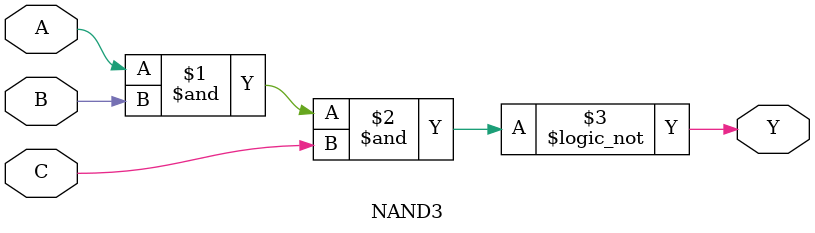
<source format=v>
module NAND3 (
	input A, B, C,
	output Y
);
	assign Y = !(A & B & C);
endmodule
</source>
